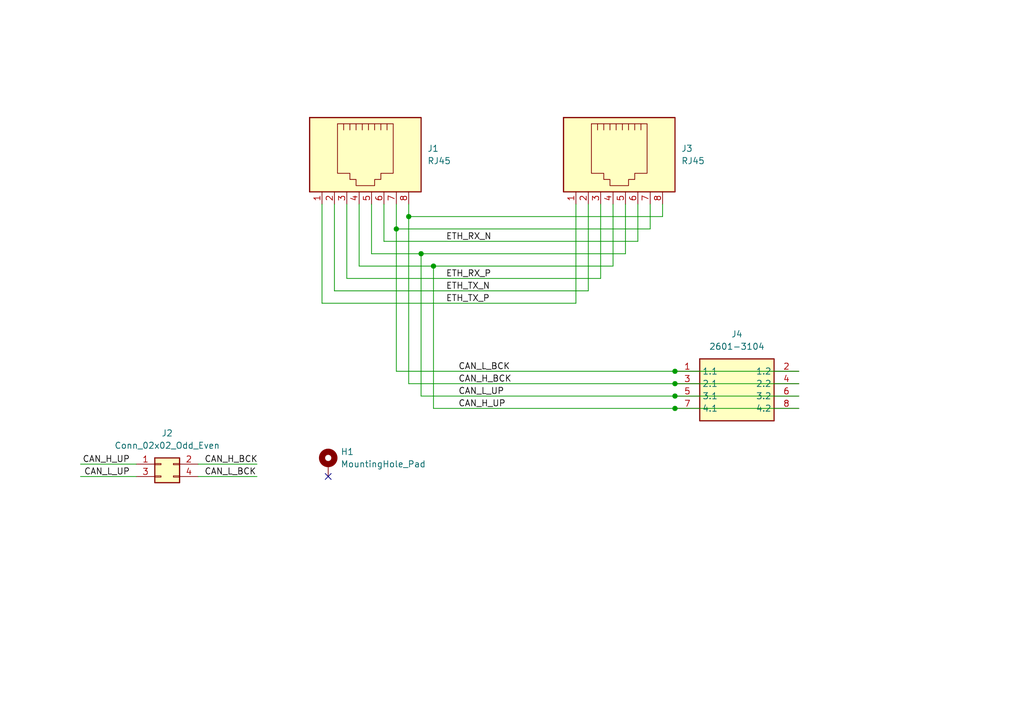
<source format=kicad_sch>
(kicad_sch (version 20231120) (generator "eeschema") (generator_version "8.0")
  (paper "A5")
  (lib_symbols
    (symbol "Appreciate:2601-3104"
      (property "Reference" "J" (at -0.762 -7.366 0))
      (property "Value" "2601-3104" (at -5.588 -9.398 0))
      (symbol "2601-3104_1_1"
        (rectangle (start -7.62 6.35) (end 7.62 -6.35) (stroke (width 0.254)) (fill (type background)))
        (pin passive line (at -12.7 3.81 0) (length 5.08) (name "1.1") (number "1"))
        (pin passive line (at 12.7 3.81 180) (length 5.08) (name "1.2") (number "2"))
        (pin passive line (at -12.7 1.27 0) (length 5.08) (name "2.1") (number "3"))
        (pin passive line (at 12.7 1.27 180) (length 5.08) (name "2.2") (number "4"))
        (pin passive line (at -12.7 -1.27 0) (length 5.08) (name "3.1") (number "5"))
        (pin passive line (at 12.7 -1.27 180) (length 5.08) (name "3.2") (number "6"))
        (pin passive line (at -12.7 -3.81 0) (length 5.08) (name "4.1") (number "7"))
        (pin passive line (at 12.7 -3.81 180) (length 5.08) (name "4.2") (number "8"))
      )
    )
    (symbol "Connector:RJ45" (pin_names (offset 1.016))
      (property "Reference" "J" (at -5.08 13.97 0))
      (property "Value" "RJ45" (at 2.54 13.97 0))
      (symbol "RJ45_0_1"
        (polyline (pts (xy -5.08 4.445) (xy -6.35 4.445)))
        (polyline (pts (xy -5.08 5.715) (xy -6.35 5.715)))
        (polyline (pts (xy -6.35 -3.175) (xy -5.08 -3.175) (xy -5.08 -3.175)))
        (polyline (pts (xy -6.35 -1.905) (xy -5.08 -1.905) (xy -5.08 -1.905)))
        (polyline (pts (xy -6.35 -0.635) (xy -5.08 -0.635) (xy -5.08 -0.635)))
        (polyline (pts (xy -6.35 0.635) (xy -5.08 0.635) (xy -5.08 0.635)))
        (polyline (pts (xy -6.35 1.905) (xy -5.08 1.905) (xy -5.08 1.905)))
        (polyline (pts (xy -5.08 3.175) (xy -6.35 3.175) (xy -6.35 3.175)))
        (polyline (pts (xy -6.35 -4.445) (xy -6.35 6.985) (xy 3.81 6.985) (xy 3.81 4.445) (xy 5.08 4.445) (xy 5.08 3.175) (xy 6.35 3.175) (xy 6.35 -0.635) (xy 5.08 -0.635) (xy 5.08 -1.905) (xy 3.81 -1.905) (xy 3.81 -4.445) (xy -6.35 -4.445) (xy -6.35 -4.445)))
        (rectangle (start 7.62 12.7) (end -7.62 -10.16) (stroke (width 0.254)) (fill (type background)))
      )
      (symbol "RJ45_1_1"
        (pin passive line (at 10.16 -7.62 180) (length 2.54) (name "~") (number "1"))
        (pin passive line (at 10.16 -5.08 180) (length 2.54) (name "~") (number "2"))
        (pin passive line (at 10.16 -2.54 180) (length 2.54) (name "~") (number "3"))
        (pin passive line (at 10.16 0 180) (length 2.54) (name "~") (number "4"))
        (pin passive line (at 10.16 2.54 180) (length 2.54) (name "~") (number "5"))
        (pin passive line (at 10.16 5.08 180) (length 2.54) (name "~") (number "6"))
        (pin passive line (at 10.16 7.62 180) (length 2.54) (name "~") (number "7"))
        (pin passive line (at 10.16 10.16 180) (length 2.54) (name "~") (number "8"))
      )
    )
    (symbol "Connector_Generic:Conn_02x02_Odd_Even" (pin_names (offset 1.016) hide)
      (property "Reference" "J" (at 1.27 2.54 0))
      (property "Value" "Conn_02x02_Odd_Even" (at 1.27 -5.08 0))
      (symbol "Conn_02x02_Odd_Even_1_1"
        (rectangle (start -1.27 -2.413) (end 0 -2.667) (stroke (width 0.1524)))
        (rectangle (start -1.27 0.127) (end 0 -0.127) (stroke (width 0.1524)))
        (rectangle (start -1.27 1.27) (end 3.81 -3.81) (stroke (width 0.254)) (fill (type background)))
        (rectangle (start 3.81 -2.413) (end 2.54 -2.667) (stroke (width 0.1524)))
        (rectangle (start 3.81 0.127) (end 2.54 -0.127) (stroke (width 0.1524)))
        (pin passive line (at -5.08 0 0) (length 3.81) (name "Pin_1") (number "1"))
        (pin passive line (at 7.62 0 180) (length 3.81) (name "Pin_2") (number "2"))
        (pin passive line (at -5.08 -2.54 0) (length 3.81) (name "Pin_3") (number "3"))
        (pin passive line (at 7.62 -2.54 180) (length 3.81) (name "Pin_4") (number "4"))
      )
    )
    (symbol "Mechanical:MountingHole_Pad" (pin_numbers hide) (pin_names (offset 1.016) hide)
      (property "Reference" "H" (at 0 6.35 0))
      (property "Value" "MountingHole_Pad" (at 0 4.445 0))
      (symbol "MountingHole_Pad_0_1"
        (circle (center 0 1.27) (radius 1.27) (stroke (width 1.27)))
      )
      (symbol "MountingHole_Pad_1_1"
        (pin input line (at 0 -2.54 90) (length 2.54) (name "1") (number "1"))
      )
    )
  )
  (junction (at 138.43 83.82))
  (junction (at 81.28 46.99))
  (junction (at 83.82 44.45))
  (junction (at 138.43 78.74))
  (junction (at 138.43 81.28))
  (junction (at 86.36 52.07))
  (junction (at 88.9 54.61))
  (junction (at 138.43 76.2))
  (no_connect (at 67.31 97.79))
  (wire (pts (xy 16.51 97.79) (xy 27.94 97.79)))
  (wire (pts (xy 133.35 46.99) (xy 81.28 46.99)))
  (wire (pts (xy 81.28 76.2) (xy 138.43 76.2)))
  (wire (pts (xy 81.28 46.99) (xy 81.28 76.2)))
  (wire (pts (xy 133.35 41.91) (xy 133.35 46.99)))
  (wire (pts (xy 130.81 49.53) (xy 130.81 41.91)))
  (wire (pts (xy 78.74 49.53) (xy 130.81 49.53)))
  (wire (pts (xy 88.9 54.61) (xy 88.9 83.82)))
  (wire (pts (xy 71.12 57.15) (xy 123.19 57.15)))
  (wire (pts (xy 118.11 62.23) (xy 118.11 41.91)))
  (wire (pts (xy 128.27 52.07) (xy 128.27 41.91)))
  (wire (pts (xy 135.89 41.91) (xy 135.89 44.45)))
  (wire (pts (xy 73.66 54.61) (xy 88.9 54.61)))
  (wire (pts (xy 66.04 41.91) (xy 66.04 62.23)))
  (wire (pts (xy 68.58 59.69) (xy 120.65 59.69)))
  (wire (pts (xy 138.43 81.28) (xy 163.83 81.28)))
  (wire (pts (xy 83.82 41.91) (xy 83.82 44.45)))
  (wire (pts (xy 40.64 97.79) (xy 52.705 97.79)))
  (wire (pts (xy 68.58 41.91) (xy 68.58 59.69)))
  (wire (pts (xy 135.89 44.45) (xy 83.82 44.45)))
  (wire (pts (xy 86.36 52.07) (xy 128.27 52.07)))
  (wire (pts (xy 81.28 41.91) (xy 81.28 46.99)))
  (wire (pts (xy 123.19 57.15) (xy 123.19 41.91)))
  (wire (pts (xy 76.2 52.07) (xy 86.36 52.07)))
  (wire (pts (xy 120.65 59.69) (xy 120.65 41.91)))
  (wire (pts (xy 71.12 41.91) (xy 71.12 57.15)))
  (wire (pts (xy 88.9 54.61) (xy 125.73 54.61)))
  (wire (pts (xy 16.51 95.25) (xy 27.94 95.25)))
  (wire (pts (xy 86.36 81.28) (xy 138.43 81.28)))
  (wire (pts (xy 83.82 44.45) (xy 83.82 78.74)))
  (wire (pts (xy 138.43 83.82) (xy 163.83 83.82)))
  (wire (pts (xy 86.36 81.28) (xy 86.36 52.07)))
  (wire (pts (xy 40.64 95.25) (xy 52.705 95.25)))
  (wire (pts (xy 83.82 78.74) (xy 138.43 78.74)))
  (wire (pts (xy 76.2 41.91) (xy 76.2 52.07)))
  (wire (pts (xy 125.73 41.91) (xy 125.73 54.61)))
  (wire (pts (xy 78.74 49.53) (xy 78.74 41.91)))
  (wire (pts (xy 73.66 41.91) (xy 73.66 54.61)))
  (wire (pts (xy 88.9 83.82) (xy 138.43 83.82)))
  (wire (pts (xy 138.43 78.74) (xy 163.83 78.74)))
  (wire (pts (xy 66.04 62.23) (xy 118.11 62.23)))
  (wire (pts (xy 138.43 76.2) (xy 163.83 76.2)))
  (label "CAN_H_UP" (at 93.98 83.82 0))
  (label "CAN_H_BCK" (at 41.91 95.25 0))
  (label "ETH_RX_N" (at 91.44 49.53 0))
  (label "CAN_L_UP" (at 93.98 81.28 0))
  (label "ETH_RX_P" (at 91.44 57.15 0))
  (label "CAN_L_UP" (at 26.67 97.79 180))
  (label "ETH_TX_N" (at 91.44 59.69 0))
  (label "CAN_L_BCK" (at 41.91 97.79 0))
  (label "ETH_TX_P" (at 91.44 62.23 0))
  (label "CAN_H_UP" (at 26.67 95.25 180))
  (label "CAN_L_BCK" (at 93.98 76.2 0))
  (label "CAN_H_BCK" (at 93.98 78.74 0))
  (symbol (lib_id "Connector:RJ45") (at 125.73 31.75 270) (unit 1)
    (property "Reference" "J3" (at 139.7 30.4799 90) (effects (justify left)))
    (property "Value" "RJ45" (at 139.7 33.0199 90) (effects (justify left)))
    (property "Footprint" "Connector_RJ:RJ45_OST_PJ012-8P8CX_Vertical" (effects (hide yes)))
  )
  (symbol (lib_id "Connector_Generic:Conn_02x02_Odd_Even") (at 33.02 95.25 0) (unit 1)
    (property "Reference" "J2" (at 34.29 88.9 0))
    (property "Value" "Conn_02x02_Odd_Even" (at 34.29 91.44 0))
    (property "Footprint" "Connector_PinHeader_2.54mm:PinHeader_2x02_P2.54mm_Vertical" (effects (hide yes)))
  )
  (symbol (lib_id "Mechanical:MountingHole_Pad") (at 67.31 95.25 0) (unit 1)
    (property "Reference" "H1" (at 69.85 92.7099 0) (effects (justify left)))
    (property "Value" "MountingHole_Pad" (at 69.85 95.2499 0) (effects (justify left)))
    (property "Footprint" "MountingHole:MountingHole_2.2mm_M2_DIN965_Pad" (effects (hide yes)))
  )
  (symbol (lib_id "Connector:RJ45") (at 73.66 31.75 270) (unit 1)
    (property "Reference" "J1" (at 87.63 30.4799 90) (effects (justify left)))
    (property "Value" "RJ45" (at 87.63 33.0199 90) (effects (justify left)))
    (property "Footprint" "Connector_RJ:RJ45_OST_PJ012-8P8CX_Vertical" (effects (hide yes)))
  )
  (symbol (lib_id "Appreciate:2601-3104") (at 151.13 80.01 0) (unit 1)
    (property "Reference" "J4" (at 151.13 68.58 0))
    (property "Value" "2601-3104" (at 151.13 71.12 0))
    (property "Footprint" "Appreciate:26013104" (effects (hide yes)))
    (property "Datasheet" "https://www.wago.com/2601-3104" (effects (hide yes)))
    (property "Description" "PCB terminal block; lever; 1.5 mm; Pin spacing 3.5 mm; 4-pole; Push-in CAGE CLAMP" (effects (hide yes)))
    (property "Height" "16.58" (effects (hide yes)))
    (property "Manufacturer_Name" "Wago" (effects (hide yes)))
    (property "Manufacturer_Part_Number" "2601-3104" (effects (hide yes)))
  )
)
</source>
